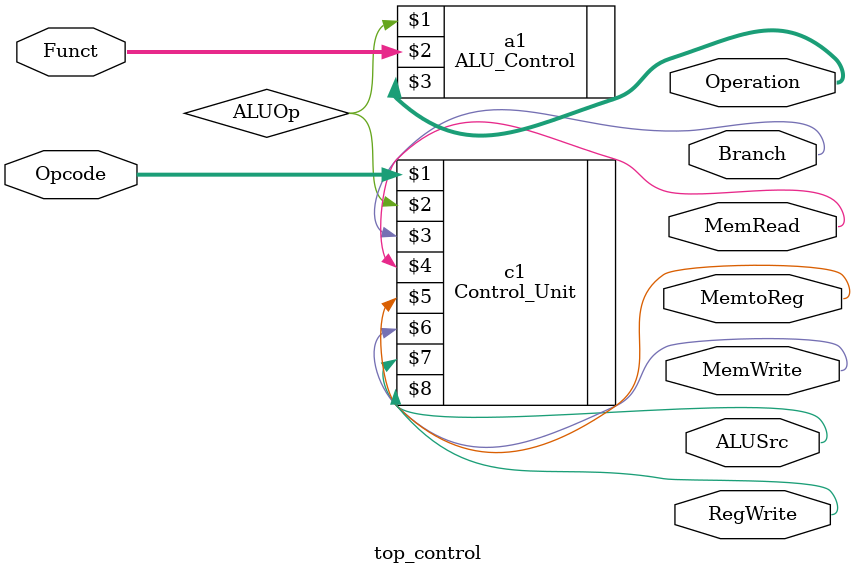
<source format=v>
`timescale 1ns / 1ps

module top_control(
    input [6:0] Opcode,
    input [3:0] Funct,
    output Branch, MemRead, MemtoReg, MemWrite, ALUSrc, RegWrite,
    output [3:0] Operation
    );
    Control_Unit c1 (Opcode, ALUOp, Branch, MemRead, MemtoReg, MemWrite, ALUSrc, RegWrite);
    ALU_Control a1(ALUOp, Funct, Operation);
endmodule

</source>
